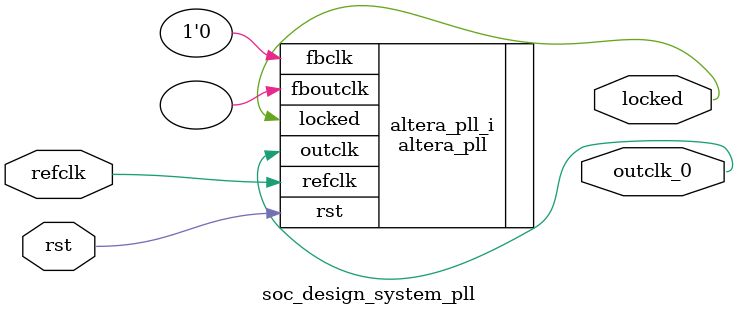
<source format=v>
`timescale 1ns/10ps
module  soc_design_system_pll(

	// interface 'refclk'
	input wire refclk,

	// interface 'reset'
	input wire rst,

	// interface 'outclk0'
	output wire outclk_0,

	// interface 'locked'
	output wire locked
);

	altera_pll #(
		.fractional_vco_multiplier("false"),
		.reference_clock_frequency("50.0 MHz"),
		.operation_mode("direct"),
		.number_of_clocks(1),
		.output_clock_frequency0("100.000000 MHz"),
		.phase_shift0("0 ps"),
		.duty_cycle0(50),
		.output_clock_frequency1("0 MHz"),
		.phase_shift1("0 ps"),
		.duty_cycle1(50),
		.output_clock_frequency2("0 MHz"),
		.phase_shift2("0 ps"),
		.duty_cycle2(50),
		.output_clock_frequency3("0 MHz"),
		.phase_shift3("0 ps"),
		.duty_cycle3(50),
		.output_clock_frequency4("0 MHz"),
		.phase_shift4("0 ps"),
		.duty_cycle4(50),
		.output_clock_frequency5("0 MHz"),
		.phase_shift5("0 ps"),
		.duty_cycle5(50),
		.output_clock_frequency6("0 MHz"),
		.phase_shift6("0 ps"),
		.duty_cycle6(50),
		.output_clock_frequency7("0 MHz"),
		.phase_shift7("0 ps"),
		.duty_cycle7(50),
		.output_clock_frequency8("0 MHz"),
		.phase_shift8("0 ps"),
		.duty_cycle8(50),
		.output_clock_frequency9("0 MHz"),
		.phase_shift9("0 ps"),
		.duty_cycle9(50),
		.output_clock_frequency10("0 MHz"),
		.phase_shift10("0 ps"),
		.duty_cycle10(50),
		.output_clock_frequency11("0 MHz"),
		.phase_shift11("0 ps"),
		.duty_cycle11(50),
		.output_clock_frequency12("0 MHz"),
		.phase_shift12("0 ps"),
		.duty_cycle12(50),
		.output_clock_frequency13("0 MHz"),
		.phase_shift13("0 ps"),
		.duty_cycle13(50),
		.output_clock_frequency14("0 MHz"),
		.phase_shift14("0 ps"),
		.duty_cycle14(50),
		.output_clock_frequency15("0 MHz"),
		.phase_shift15("0 ps"),
		.duty_cycle15(50),
		.output_clock_frequency16("0 MHz"),
		.phase_shift16("0 ps"),
		.duty_cycle16(50),
		.output_clock_frequency17("0 MHz"),
		.phase_shift17("0 ps"),
		.duty_cycle17(50),
		.pll_type("General"),
		.pll_subtype("General")
	) altera_pll_i (
		.rst	(rst),
		.outclk	({outclk_0}),
		.locked	(locked),
		.fboutclk	( ),
		.fbclk	(1'b0),
		.refclk	(refclk)
	);
endmodule


</source>
